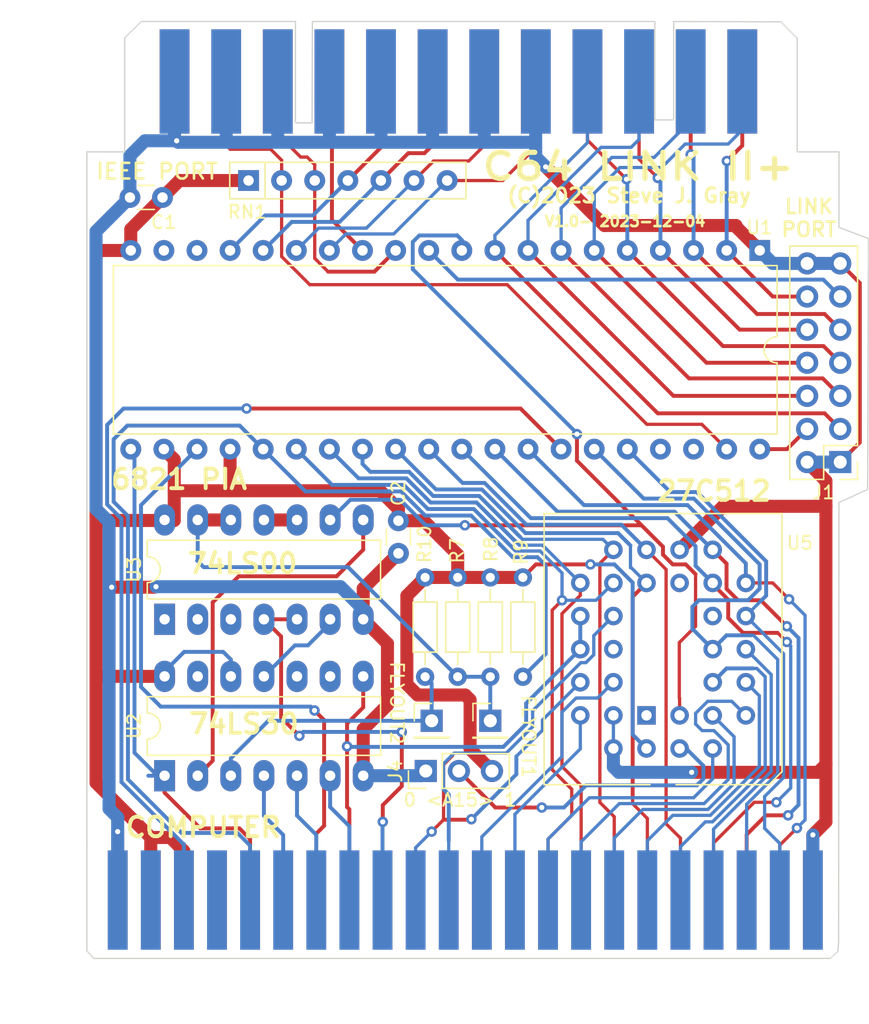
<source format=kicad_pcb>
(kicad_pcb (version 20221018) (generator pcbnew)
  (layers (0 "F.Cu" signal) (31 "B.Cu" signal) (34 "B.Paste" user) (35 "F.Paste" user) (36 "B.SilkS" user "B.Silkscreen") (37 "F.SilkS" user "F.Silkscreen") (38 "B.Mask" user) (39 "F.Mask" user) (44 "Edge.Cuts" user))
  (net 0 "")
  (net 1 "GND")
  (net 14 "CA2")
  (net 15 "CA1")
  (net 19 "5V")
  (net 20 "D7")
  (net 21 "D6")
  (net 22 "D5")
  (net 23 "D4")
  (net 24 "D3")
  (net 25 "D2")
  (net 26 "D1")
  (net 27 "D0")
  (net 28 "A12")
  (net 29 "A11")
  (net 30 "A10")
  (net 31 "A9")
  (net 32 "A8")
  (net 33 "A7")
  (net 34 "A6")
  (net 35 "A5")
  (net 36 "A4")
  (net 37 "A3")
  (net 38 "A2")
  (net 39 "A1")
  (net 40 "A0")
  (net 41 "PA0")
  (net 42 "PA1")
  (net 43 "PA2")
  (net 44 "PA3")
  (net 45 "PA4")
  (net 46 "PA5")
  (net 47 "PA6")
  (net 48 "PB0")
  (net 49 "PB1")
  (net 50 "PB2")
  (net 51 "PB3")
  (net 52 "PB4")
  (net 53 "PB5")
  (net 54 "PB6")
  (net 55 "PB7")
  (net 56 "PA7")
  (net 57 "~{IRQ}")
  (net 58 "R{slash}~{W}")
  (net 59 "~{IO1}")
  (net 60 "~{GAME}")
  (net 61 "~{RESET}")
  (net 62 "A13")
  (net 63 "A15")
  (net 64 "A14")
  (net 65 "PHI2")
  (net 66 "Net-(U2-Pad2)")
  (net 68 "Net-(U2-Pad11)")
  (net 69 "Net-(U3-Pad10)")
  (net 70 "Net-(J2-Pin_1)")
  (net 71 "Net-(J3-Pin_1)")
  (net 75 "Net-(J4-Pin_2)")
  (footprint "Resistor_THT:R_Axial_DIN0204_L3.6mm_D1.6mm_P7.62mm_Horizontal" (layer "F.Cu") (at 149.25 88.25 -90)
    (fp_text reference "R10")
    (fp_text value "R" hide)
  )
  (footprint "Package_DIP:DIP-14_W7.62mm_LongPads" (layer "F.Cu") (at 129.26 103.46 90)
    (fp_text reference "U2")
    (fp_text value "74LS30" hide)
  )
  (footprint "Package_DIP:DIP-40_W15.24mm" (layer "F.Cu") (at 174.925 63.165 -90)
    (fp_text reference "U1")
    (fp_text value "MC68A21" hide)
  )
  (footprint "c64cart:c64cartedge" (layer "F.Cu") (at 152.33 113)
    (fp_text reference "P1" hide)
    (fp_text value "c64cartedge" hide)
  )
  (footprint "Connector_PinHeader_2.54mm:PinHeader_1x03_P2.54mm_Vertical" (layer "F.Cu") (at 149.3 103.1 90)
    (fp_text reference "J4")
    (fp_text value "Conn_01x03")
  )
  (footprint "Connector_PinHeader_2.54mm:PinHeader_1x01_P2.54mm_Vertical" (layer "F.Cu") (at 154.25 99.245)
    (fp_text reference "J3" hide)
    (fp_text value "Flyout2" hide)
  )
  (footprint "Capacitor_THT:C_Disc_D3.0mm_W1.6mm_P2.50mm" (layer "F.Cu") (at 129.1 59.1 180)
    (fp_text reference "C1")
    (fp_text value "C" hide)
  )
  (footprint "Resistor_THT:R_Axial_DIN0204_L3.6mm_D1.6mm_P7.62mm_Horizontal" (layer "F.Cu") (at 151.75 88.25 -90)
    (fp_text reference "R7")
    (fp_text value "R" hide)
  )
  (footprint "Resistor_THT:R_Array_SIP7" (layer "F.Cu") (at 135.7 57.8)
    (fp_text reference "RN1")
    (fp_text value "R_Network06" hide)
  )
  (footprint "Connector_PinHeader_2.54mm:PinHeader_2x07_P2.54mm_Vertical" (layer "F.Cu") (at 181.1 79.4 180)
    (fp_text reference "J1")
    (fp_text value "Conn_02x07_Odd_Even" hide)
  )
  (footprint "Package_LCC:PLCC-32_THT-Socket" (layer "F.Cu") (at 166.235 98.83 180)
    (fp_text reference "U5")
    (fp_text value "27C512PLCC")
  )
  (footprint "Capacitor_THT:C_Disc_D3.0mm_W1.6mm_P2.50mm" (layer "F.Cu") (at 147.2 83.9 -90)
    (fp_text reference "C2")
    (fp_text value "C")
  )
  (footprint "Connector_PinHeader_2.54mm:PinHeader_1x01_P2.54mm_Vertical" (layer "F.Cu") (at 149.75 99.245)
    (fp_text reference "J2" hide)
    (fp_text value "Flyout1" hide)
  )
  (footprint "Libs:petieee" (layer "F.Cu") (at 151.7894 44.2 180)
    (fp_text reference "CN1" hide)
    (fp_text value "EDGE_CON_02x12" hide)
  )
  (footprint "Resistor_THT:R_Axial_DIN0204_L3.6mm_D1.6mm_P7.62mm_Horizontal" (layer "F.Cu") (at 156.75 88.25 -90)
    (fp_text reference "R9")
    (fp_text value "R" hide)
  )
  (footprint "Resistor_THT:R_Axial_DIN0204_L3.6mm_D1.6mm_P7.62mm_Horizontal" (layer "F.Cu") (at 154.25 88.25 -90)
    (fp_text reference "R8")
    (fp_text value "R" hide)
  )
  (footprint "Package_DIP:DIP-14_W7.62mm_LongPads" (layer "F.Cu") (at 129.26 91.46 90)
    (fp_text reference "U3")
    (fp_text value "74LS00" hide)
  )
  (gr_line (start 123.3 116.9) (end 123.825 117.475) (stroke (width 0.1)) (layer "Edge.Cuts"))
  (gr_line (start 123.825 117.475) (end 180.34 117.475) (stroke (width 0.1)) (layer "Edge.Cuts"))
  (gr_line (start 168.325 53.15) (end 168.325 45.6) (stroke (width 0.1)) (layer "Edge.Cuts"))
  (gr_line (start 123.3 55.6) (end 126.2 55.6) (stroke (width 0.1)) (layer "Edge.Cuts"))
  (gr_line (start 127.475 45.6) (end 139.3 45.6) (stroke (width 0.1)) (layer "Edge.Cuts"))
  (gr_line (start 183.262742 62.248528) (end 181 61.4) (stroke (width 0.1)) (layer "Edge.Cuts"))
  (gr_line (start 183.262742 62.248528) (end 183.2 81.5) (stroke (width 0.1)) (layer "Edge.Cuts"))
  (gr_line (start 177.8 46.9) (end 177.8 55.6) (stroke (width 0.1)) (layer "Edge.Cuts"))
  (gr_line (start 139.3 45.6) (end 139.3 53.375) (stroke (width 0.1)) (layer "Edge.Cuts"))
  (gr_line (start 177.8 55.6) (end 181 55.6) (stroke (width 0.1)) (layer "Edge.Cuts"))
  (gr_line (start 166.875 53.15) (end 168.325 53.15) (stroke (width 0.1)) (layer "Edge.Cuts"))
  (gr_line (start 181 55.6) (end 181 61.4) (stroke (width 0.1)) (layer "Edge.Cuts"))
  (gr_line (start 123.3 55.6) (end 123.3 108.9) (stroke (width 0.1)) (layer "Edge.Cuts"))
  (gr_line (start 168.325 45.6) (end 176.55 45.625) (stroke (width 0.1)) (layer "Edge.Cuts"))
  (gr_line (start 176.55 45.625) (end 177.8 46.9) (stroke (width 0.1)) (layer "Edge.Cuts"))
  (gr_line (start 180.34 117.475) (end 180.915 116.95) (stroke (width 0.1)) (layer "Edge.Cuts"))
  (gr_line (start 180.915 116.95) (end 180.975 116.205) (stroke (width 0.1)) (layer "Edge.Cuts"))
  (gr_line (start 123.3 116.9) (end 123.3 108.9) (stroke (width 0.1)) (layer "Edge.Cuts"))
  (gr_line (start 166.875 45.6) (end 166.875 53.15) (stroke (width 0.1)) (layer "Edge.Cuts"))
  (gr_line (start 140.6 45.6) (end 166.875 45.6) (stroke (width 0.1)) (layer "Edge.Cuts"))
  (gr_line (start 139.3 53.375) (end 140.575 53.375) (stroke (width 0.1)) (layer "Edge.Cuts"))
  (gr_line (start 181 82.5) (end 183.2 81.5) (stroke (width 0.1)) (layer "Edge.Cuts"))
  (gr_line (start 126.2 46.85) (end 127.475 45.6) (stroke (width 0.1)) (layer "Edge.Cuts"))
  (gr_line (start 140.575 53.375) (end 140.6 45.6) (stroke (width 0.1)) (layer "Edge.Cuts"))
  (gr_line (start 126.2 55.6) (end 126.2 46.85) (stroke (width 0.1)) (layer "Edge.Cuts"))
  (gr_line (start 180.975 116.205) (end 181 82.5) (stroke (width 0.1)) (layer "Edge.Cuts"))
  (gr_text "0 <A15> 1" (at 147.5 105.9) (layer "F.SilkS") (effects (font (size 1 1)) (justify left bottom)))
  (gr_text "6821 PIA" (at 125 81.6) (layer "F.SilkS") (effects (font (size 1.5 1.5) (thickness 0.3) bold) (justify left bottom)))
  (gr_text "FLYOUT2" (at 146.5 94.6 -90) (layer "F.SilkS") (effects (font (size 1 1)) (justify left bottom)))
  (gr_text "COMPUTER" (at 126.1 108.3) (layer "F.SilkS") (effects (font (size 1.5 1.5) (thickness 0.3) bold) (justify left bottom)))
  (gr_text "(C)2023 Steve J. Gray" (at 164.9 59.6) (layer "F.SilkS") (effects (font (size 1.1 1.1) (thickness 0.22) bold) (justify bottom)))
  (gr_text "FLYOUT1" (at 156.6 97.2 -90) (layer "F.SilkS") (effects (font (size 1 1)) (justify left bottom)))
  (gr_text "IEEE PORT" (at 123.9 57.8) (layer "F.SilkS") (effects (font (size 1.2 1.2) (thickness 0.2) bold) (justify left bottom)))
  (gr_text "74LS00" (at 130.86 88.06) (layer "F.SilkS") (effects (font (size 1.5 1.5) (thickness 0.3) bold) (justify left bottom)))
  (gr_text "74LS30" (at 130.96 100.36) (layer "F.SilkS") (effects (font (size 1.5 1.5) (thickness 0.3) bold) (justify left bottom)))
  (gr_text "V1.0- 2023-12-04" (at 164.6 61.4) (layer "F.SilkS") (effects (font (size 0.8 0.8) (thickness 0.2) bold) (justify bottom)))
  (gr_text "27C512" (at 166.9 82.5) (layer "F.SilkS") (effects (font (size 1.5 1.5) (thickness 0.3) bold) (justify left bottom)))
  (gr_text "LINK\nPORT" (at 178.7 62.2) (layer "F.SilkS") (effects (font (size 1.1 1.1) (thickness 0.2) bold) (justify bottom)))
  (gr_text "C64 LINK II+" (at 153.4 57.9) (layer "F.SilkS") (effects (font (size 2 2.4) (thickness 0.4) bold) (justify left bottom)))
  (segment (start 180 107) (end 180 102.6) (width 1) (layer "F.Cu") (net 1))
  (segment (start 130.025 54.587) (end 130.188 54.75) (width 1) (layer "F.Cu") (net 1))
  (segment (start 173.1 61.25) (end 173.1 61.34) (width 1) (layer "F.Cu") (net 1))
  (segment (start 179.4 103.2) (end 170.605 103.2) (width 1) (layer "F.Cu") (net 1))
  (segment (start 180 82.792676) (end 180 80.84) (width 1) (layer "F.Cu") (net 1))
  (segment (start 144.5 91.46) (end 144.5 89.1) (width 1) (layer "F.Cu") (net 1))
  (segment (start 146.36 98.04) (end 144.5 99.9) (width 1) (layer "F.Cu") (net 1))
  (segment (start 125.66 107.66) (end 125.66 107.75) (width 0.3) (layer "F.Cu") (net 1))
  (segment (start 158.5 56.75) (end 163 61.25) (width 1) (layer "F.Cu") (net 1))
  (segment (start 172.112324 82.792676) (end 168.775 86.13) (width 1) (layer "F.Cu") (net 1))
  (segment (start 163 61.25) (end 173.1 61.25) (width 1) (layer "F.Cu") (net 1))
  (segment (start 130.025 50.2) (end 130.025 54.587) (width 1) (layer "F.Cu") (net 1))
  (segment (start 181.1 64.16) (end 182.6 65.66) (width 0.3) (layer "F.Cu") (net 1))
  (segment (start 180 102.6) (end 179.4 103.2) (width 1) (layer "F.Cu") (net 1))
  (segment (start 182.6 77.9) (end 181.1 79.4) (width 0.3) (layer "F.Cu") (net 1))
  (segment (start 182.6 65.66) (end 182.6 77.9) (width 0.3) (layer "F.Cu") (net 1))
  (segment (start 144.5 99.9) (end 144.5 103.46) (width 1) (layer "F.Cu") (net 1))
  (segment (start 180 80.84) (end 178.56 79.4) (width 1) (layer "F.Cu") (net 1))
  (segment (start 144.5 89.1) (end 147.2 86.4) (width 1) (layer "F.Cu") (net 1))
  (segment (start 180 82.792676) (end 172.112324 82.792676) (width 1) (layer "F.Cu") (net 1))
  (segment (start 179 108) (end 180 107) (width 1) (layer "F.Cu") (net 1))
  (segment (start 170.605 103.2) (end 169.7 103.2) (width 1) (layer "F.Cu") (net 1))
  (segment (start 128.5 89) (end 125.2 89) (width 1) (layer "F.Cu") (net 1))
  (segment (start 144.5 91.46) (end 146.36 93.32) (width 1) (layer "F.Cu") (net 1))
  (segment (start 125.66 107.66) (end 125.66 113) (width 1) (layer "F.Cu") (net 1))
  (segment (start 180 102.6) (end 180 82.792676) (width 1) (layer "F.Cu") (net 1))
  (segment (start 173.1 61.34) (end 174.925 63.165) (width 1) (layer "F.Cu") (net 1))
  (segment (start 146.36 93.32) (end 146.36 98.04) (width 1) (layer "F.Cu") (net 1))
  (segment (start 179 113) (end 179 108) (width 1) (layer "F.Cu") (net 1))
  (via (at 169.7 103.2) (size 0.8) (drill 0.4) (layers "F.Cu" "B.Cu") (net 1))
  (via (at 125.2 89) (size 0.8) (drill 0.4) (layers "F.Cu" "B.Cu") (net 1))
  (via (at 179 108) (size 0.8) (drill 0.4) (layers "F.Cu" "B.Cu") (net 1))
  (via (at 158.5 56.75) (size 0.8) (drill 0.4) (layers "F.Cu" "B.Cu") (net 1))
  (via (at 130.188 54.75) (size 0.8) (drill 0.4) (layers "F.Cu" "B.Cu") (net 1))
  (via (at 128.6 88.96) (size 0.8) (drill 0.4) (layers "F.Cu" "B.Cu") (net 1))
  (via (at 125.66 107.75) (size 0.8) (drill 0.4) (layers "F.Cu" "B.Cu") (net 1))
  (segment (start 126.6 59.1) (end 126.6 55.9) (width 1) (layer "B.Cu") (net 1))
  (segment (start 179 113) (end 179 108) (width 1) (layer "B.Cu") (net 1))
  (segment (start 169.7 103.2) (end 164.1 103.2) (width 1) (layer "B.Cu") (net 1))
  (segment (start 145.865 50.2) (end 145.865 54.679) (width 1) (layer "B.Cu") (net 1))
  (segment (start 181.1 79.4) (end 178.56 79.4) (width 1) (layer "B.Cu") (net 1))
  (segment (start 130.302 54.864) (end 130.188 54.75) (width 1) (layer "B.Cu") (net 1))
  (segment (start 124 61.8) (end 124 61.7) (width 1) (layer "B.Cu") (net 1))
  (segment (start 153.785 50.2) (end 153.785 54.725) (width 1) (layer "B.Cu") (net 1))
  (segment (start 164.1 103.2) (end 163.695 102.795) (width 1) (layer "B.Cu") (net 1))
  (segment (start 128.6 88.96) (end 142.76 88.96) (width 1) (layer "B.Cu") (net 1))
  (segment (start 125 84) (end 125 106) (width 1) (layer "B.Cu") (net 1))
  (segment (start 149.825 50.2) (end 149.825 54.829) (width 1) (layer "B.Cu") (net 1))
  (segment (start 157.734 54.864) (end 157.734 50.211) (width 1) (layer "B.Cu") (net 1))
  (segment (start 144.5 103.46) (end 148.94 103.46) (width 1) (layer "B.Cu") (net 1))
  (segment (start 163.695 101.37) (end 163.695 98.83) (width 0.25) (layer "B.Cu") (net 1))
  (segment (start 130.025 54.587) (end 130.025 50.2) (width 1) (layer "B.Cu") (net 1))
  (segment (start 125.66 106.66) (end 125.66 107.75) (width 1) (layer "B.Cu") (net 1))
  (segment (start 125 106) (end 125.66 106.66) (width 1) (layer "B.Cu") (net 1))
  (segment (start 144.5 90.7) (end 144.5 91.46) (width 1) (layer "B.Cu") (net 1))
  (segment (start 127.75 54.75) (end 127.2 55.3) (width 1) (layer "B.Cu") (net 1))
  (segment (start 163.695 102.795) (end 163.695 101.37) (width 1) (layer "B.Cu") (net 1))
  (segment (start 130.302 54.864) (end 130.025 54.587) (width 1) (layer "B.Cu") (net 1))
  (segment (start 175.92 64.16) (end 174.925 63.165) (width 1) (layer "B.Cu") (net 1))
  (segment (start 124 83) (end 125 84) (width 1) (layer "B.Cu") (net 1))
  (segment (start 157.734 54.864) (end 130.302 54.864) (width 1) (layer "B.Cu") (net 1))
  (segment (start 124 61.7) (end 126.6 59.1) (width 1) (layer "B.Cu") (net 1))
  (segment (start 141.905 50.2) (end 141.905 54.783) (width 1) (layer "B.Cu") (net 1))
  (segment (start 137.945 50.2) (end 137.945 54.633) (width 1) (layer "B.Cu") (net 1))
  (segment (start 142.76 88.96) (end 144.5 90.7) (width 1) (layer "B.Cu") (net 1))
  (segment (start 126.6 55.9) (end 127.2 55.3) (width 1) (layer "B.Cu") (net 1))
  (segment (start 124 61.8) (end 124 83) (width 1) (layer "B.Cu") (net 1))
  (segment (start 157.734 55.984) (end 158.5 56.75) (width 1) (layer "B.Cu") (net 1))
  (segment (start 178.56 64.16) (end 181.1 64.16) (width 1) (layer "B.Cu") (net 1))
  (segment (start 125.66 113) (end 125.66 107.75) (width 1) (layer "B.Cu") (net 1))
  (segment (start 130.188 54.75) (end 127.75 54.75) (width 1) (layer "B.Cu") (net 1))
  (segment (start 133.985 50.2) (end 133.985 54.737) (width 1) (layer "B.Cu") (net 1))
  (segment (start 157.734 54.864) (end 157.734 55.984) (width 1) (layer "B.Cu") (net 1))
  (segment (start 178.56 64.16) (end 175.92 64.16) (width 1) (layer "B.Cu") (net 1))
  (segment (start 148.94 103.46) (end 149.3 103.1) (width 1) (layer "B.Cu") (net 1))
  (segment (start 138.24 63.630991) (end 140.399009 65.79) (width 0.25) (layer "F.Cu") (net 14))
  (segment (start 165.88 76.12) (end 166.26 76.5) (width 0.25) (layer "F.Cu") (net 14))
  (segment (start 134.3 55.4) (end 133.985 55.085) (width 0.25) (layer "F.Cu") (net 14))
  (segment (start 137.4 55.4) (end 138.24 56.24) (width 0.25) (layer "F.Cu") (net 14))
  (segment (start 170.48 76.5) (end 172.385 78.405) (width 0.25) (layer "F.Cu") (net 14))
  (segment (start 155.55 65.79) (end 165.88 76.12) (width 0.25) (layer "F.Cu") (net 14))
  (segment (start 138.24 56.24) (end 138.24 57.8) (width 0.25) (layer "F.Cu") (net 14))
  (segment (start 138.24 57.8) (end 138.24 63.630991) (width 0.25) (layer "F.Cu") (net 14))
  (segment (start 140.399009 65.79) (end 141 65.79) (width 0.25) (layer "F.Cu") (net 14))
  (segment (start 137.4 55.4) (end 134.3 55.4) (width 0.25) (layer "F.Cu") (net 14))
  (segment (start 141 65.79) (end 155.55 65.79) (width 0.25) (layer "F.Cu") (net 14))
  (segment (start 133.985 50.2) (end 133.985 55.085) (width 0.25) (layer "F.Cu") (net 14))
  (segment (start 166.26 76.5) (end 170.48 76.5) (width 0.25) (layer "F.Cu") (net 14))
  (segment (start 177.015 78.405) (end 178.56 76.86) (width 0.3) (layer "F.Cu") (net 15))
  (segment (start 174.925 78.405) (end 177.015 78.405) (width 0.3) (layer "F.Cu") (net 15))
  (segment (start 124 63.3) (end 124 84) (width 1) (layer "F.Cu") (net 19))
  (segment (start 161.9343 87.25) (end 157.75 87.25) (width 0.3) (layer "F.Cu") (net 19))
  (segment (start 144.6 81.6) (end 145.8 81.6) (width 1) (layer "F.Cu") (net 19))
  (segment (start 124 96) (end 124 84) (width 1) (layer "F.Cu") (net 19))
  (segment (start 130 81.6) (end 134.4 81.6) (width 1) (layer "F.Cu") (net 19))
  (segment (start 149.15 83.9) (end 150.325 85.075) (width 1) (layer "F.Cu") (net 19))
  (segment (start 134.4 81.6) (end 134.285 81.485) (width 1) (layer "F.Cu") (net 19))
  (segment (start 126.375 106.375) (end 124 104) (width 1) (layer "F.Cu") (net 19))
  (segment (start 147.85 96.449899) (end 147.85 89.65) (width 1) (layer "F.Cu") (net 19))
  (segment (start 151.75 86.5) (end 151.75 88.25) (width 1) (layer "F.Cu") (net 19))
  (segment (start 129.1 59.1) (end 126.665 61.535) (width 1) (layer "F.Cu") (net 19))
  (segment (start 154.25 88.25) (end 156.75 88.25) (width 1) (layer "F.Cu") (net 19))
  (segment (start 130 83.88) (end 124.12 83.88) (width 1) (layer "F.Cu") (net 19))
  (segment (start 128.2 108.2) (end 129.7 108.2) (width 1) (layer "F.Cu") (net 19))
  (segment (start 147.2 83.9) (end 149.15 83.9) (width 1) (layer "F.Cu") (net 19))
  (segment (start 124.16 95.84) (end 129.26 95.84) (width 1) (layer "F.Cu") (net 19))
  (segment (start 124 63.3) (end 124.135 63.165) (width 1) (layer "F.Cu") (net 19))
  (segment (start 134.285 81.485) (end 134.285 78.405) (width 1) (layer "F.Cu") (net 19))
  (segment (start 151.75 88.25) (end 154.25 88.25) (width 1) (layer "F.Cu") (net 19))
  (segment (start 145.8 81.6) (end 147.2 83) (width 1) (layer "F.Cu") (net 19))
  (segment (start 124 96) (end 124.16 95.84) (width 1) (layer "F.Cu") (net 19))
  (segment (start 154.38 103.1) (end 152.7 101.42) (width 1) (layer "F.Cu") (net 19))
  (segment (start 128.2 108.2) (end 126.375 106.375) (width 1) (layer "F.Cu") (net 19))
  (segment (start 152.329899 97.27) (end 148.670101 97.27) (width 1) (layer "F.Cu") (net 19))
  (segment (start 130.4 57.8) (end 129.1 59.1) (width 1) (layer "F.Cu") (net 19))
  (segment (start 147.2 83) (end 147.2 83.9) (width 1) (layer "F.Cu") (net 19))
  (segment (start 147.85 89.65) (end 149.25 88.25) (width 1) (layer "F.Cu") (net 19))
  (segment (start 152.7 97.640101) (end 152.329899 97.27) (width 1) (layer "F.Cu") (net 19))
  (segment (start 124 104) (end 124 96) (width 1) (layer "F.Cu") (net 19))
  (segment (start 148.670101 97.27) (end 147.85 96.449899) (width 1) (layer "F.Cu") (net 19))
  (segment (start 130 79.2) (end 129.205 78.405) (width 1) (layer "F.Cu") (net 19))
  (segment (start 130 83.88) (end 130 81.6) (width 1) (layer "F.Cu") (net 19))
  (segment (start 126.665 63.165) (end 126.665 61.535) (width 1) (layer "F.Cu") (net 19))
  (segment (start 152.7 101.42) (end 152.7 97.640101) (width 1) (layer "F.Cu") (net 19))
  (segment (start 149.25 88.25) (end 151.75 88.25) (width 1) (layer "F.Cu") (net 19))
  (segment (start 130 81.6) (end 130 79.2) (width 1) (layer "F.Cu") (net 19))
  (segment (start 157.75 87.25) (end 156.75 88.25) (width 0.3) (layer "F.Cu") (net 19))
  (segment (start 130.74 109.24) (end 130.74 113) (width 1) (layer "F.Cu") (net 19))
  (segment (start 134.4 81.6) (end 144.6 81.6) (width 1) (layer "F.Cu") (net 19))
  (segment (start 135.7 57.8) (end 130.4 57.8) (width 1) (layer "F.Cu") (net 19))
  (segment (start 124.135 63.165) (end 126.665 63.165) (width 1) (layer "F.Cu") (net 19))
  (segment (start 124.12 83.88) (end 124 84) (width 1) (layer "F.Cu") (net 19))
  (segment (start 150.325 85.075) (end 151.75 86.5) (width 1) (layer "F.Cu") (net 19))
  (segment (start 128.2 113) (end 128.2 108.2) (width 1) (layer "F.Cu") (net 19))
  (segment (start 129.7 108.2) (end 130.74 109.24) (width 1) (layer "F.Cu") (net 19))
  (via (at 161.9343 87.25) (size 0.8) (drill 0.4) (layers "F.Cu" "B.Cu") (net 19))
  (segment (start 165.1738 100.3088) (end 165.1738 88.648036) (width 0.3) (layer "B.Cu") (net 19))
  (segment (start 166.235 101.37) (end 165.1738 100.3088) (width 0.3) (layer "B.Cu") (net 19))
  (segment (start 134.34 94.54) (end 133.76 93.96) (width 0.3) (layer "B.Cu") (net 19))
  (segment (start 133.76 93.96) (end 130.76 93.96) (width 0.3) (layer "B.Cu") (net 19))
  (segment (start 129.26 95.46) (end 129.26 95.84) (width 0.3) (layer "B.Cu") (net 19))
  (segment (start 165.1738 88.648036) (end 163.775764 87.25) (width 0.3) (layer "B.Cu") (net 19))
  (segment (start 130.76 93.96) (end 129.26 95.46) (width 0.3) (layer "B.Cu") (net 19))
  (segment (start 134.34 95.84) (end 134.34 94.54) (width 0.3) (layer "B.Cu") (net 19))
  (segment (start 163.775764 87.25) (end 161.9343 87.25) (width 0.3) (layer "B.Cu") (net 19))
  (segment (start 160.5 104.5) (end 159 103) (width 0.25) (layer "F.Cu") (net 20))
  (segment (start 159 103) (end 159 90.755) (width 0.25) (layer "F.Cu") (net 20))
  (segment (start 158.68 108.32) (end 160.5 106.5) (width 0.25) (layer "F.Cu") (net 20))
  (segment (start 160.5 106.5) (end 160.5 104.5) (width 0.25) (layer "F.Cu") (net 20))
  (segment (start 159 90.755) (end 159.755 90) (width 0.25) (layer "F.Cu") (net 20))
  (segment (start 158.68 113) (end 158.68 108.32) (width 0.25) (layer "F.Cu") (net 20))
  (via (at 159.755 90) (size 0.8) (drill 0.4) (layers "F.Cu" "B.Cu") (net 20))
  (segment (start 142.11 81.15) (end 147.608682 81.15) (width 0.3) (layer "B.Cu") (net 20))
  (segment (start 162.365 90) (end 159.755 90) (width 0.25) (layer "B.Cu") (net 20))
  (segment (start 152.984925 83) (end 156.142462 86.157538) (width 0.3) (layer "B.Cu") (net 20))
  (segment (start 159.755 87.906396) (end 158.070483 86.221879) (width 0.25) (layer "B.Cu") (net 20))
  (segment (start 158.070483 86.221879) (end 156.206803 86.221879) (width 0.25) (layer "B.Cu") (net 20))
  (segment (start 149.458682 83) (end 152.984925 83) (width 0.3) (layer "B.Cu") (net 20))
  (segment (start 163.695 88.67) (end 162.365 90) (width 0.25) (layer "B.Cu") (net 20))
  (segment (start 159.755 90) (end 159.755 87.906396) (width 0.25) (layer "B.Cu") (net 20))
  (segment (start 147.608682 81.15) (end 149.458682 83) (width 0.3) (layer "B.Cu") (net 20))
  (segment (start 139.365 78.405) (end 142.11 81.15) (width 0.3) (layer "B.Cu") (net 20))
  (segment (start 156.206803 86.221879) (end 156.142462 86.157538) (width 0.25) (layer "B.Cu") (net 20))
  (segment (start 159.75 102.75) (end 159.75 91.030305) (width 0.25) (layer "F.Cu") (net 21))
  (segment (start 161.22 113) (end 161.22 104.22) (width 0.25) (layer "F.Cu") (net 21))
  (segment (start 161.22 104.22) (end 159.75 102.75) (width 0.25) (layer "F.Cu") (net 21))
  (segment (start 159.75 91.030305) (end 161.155 89.625305) (width 0.25) (layer "F.Cu") (net 21))
  (segment (start 161.155 89.625305) (end 161.155 88.67) (width 0.25) (layer "F.Cu") (net 21))
  (segment (start 158.256879 85.771879) (end 156.463911 85.771879) (width 0.25) (layer "B.Cu") (net 21))
  (segment (start 149.665788 82.5) (end 153.192032 82.5) (width 0.3) (layer "B.Cu") (net 21))
  (segment (start 147.815788 80.65) (end 149.665788 82.5) (width 0.3) (layer "B.Cu") (net 21))
  (segment (start 141.905 78.405) (end 144.15 80.65) (width 0.3) (layer "B.Cu") (net 21))
  (segment (start 153.192032 82.5) (end 156.196016 85.503984) (width 0.3) (layer "B.Cu") (net 21))
  (segment (start 161.155 88.67) (end 158.256879 85.771879) (width 0.25) (layer "B.Cu") (net 21))
  (segment (start 144.15 80.65) (end 147.815788 80.65) (width 0.3) (layer "B.Cu") (net 21))
  (segment (start 156.463911 85.771879) (end 156.196016 85.503984) (width 0.25) (layer "B.Cu") (net 21))
  (segment (start 162.6588 87.1662) (end 162.6588 105.5088) (width 0.25) (layer "F.Cu") (net 22))
  (segment (start 163.695 86.13) (end 162.6588 87.1662) (width 0.25) (layer "F.Cu") (net 22))
  (segment (start 163.76 106.61) (end 163.76 113) (width 0.25) (layer "F.Cu") (net 22))
  (segment (start 162.6588 105.5088) (end 163.76 106.61) (width 0.25) (layer "F.Cu") (net 22))
  (segment (start 145.05 80.15) (end 148.022894 80.15) (width 0.3) (layer "B.Cu") (net 22))
  (segment (start 149.872894 82) (end 153.399139 82) (width 0.3) (layer "B.Cu") (net 22))
  (segment (start 144.445 79.545) (end 145.05 80.15) (width 0.3) (layer "B.Cu") (net 22))
  (segment (start 153.399139 82) (end 156.549569 85.150431) (width 0.3) (layer "B.Cu") (net 22))
  (segment (start 148.022894 80.15) (end 149.872894 82) (width 0.3) (layer "B.Cu") (net 22))
  (segment (start 144.445 78.405) (end 144.445 79.545) (width 0.3) (layer "B.Cu") (net 22))
  (segment (start 162.886879 85.321879) (end 156.721017 85.321879) (width 0.25) (layer "B.Cu") (net 22))
  (segment (start 156.721017 85.321879) (end 156.549569 85.150431) (width 0.25) (layer "B.Cu") (net 22))
  (segment (start 163.695 86.13) (end 162.886879 85.321879) (width 0.25) (layer "B.Cu") (net 22))
  (segment (start 165.1738 105.029) (end 165.1738 105.6108) (width 0.25) (layer "F.Cu") (net 23))
  (segment (start 165.1738 105.029) (end 165.1738 89.7312) (width 0.3) (layer "F.Cu") (net 23))
  (segment (start 165.1738 105.6108) (end 166.3 106.737) (width 0.25) (layer "F.Cu") (net 23))
  (segment (start 165.1738 89.7312) (end 166.235 88.67) (width 0.3) (layer "F.Cu") (net 23))
  (segment (start 166.3 106.737) (end 166.3 113) (width 0.25) (layer "F.Cu") (net 23))
  (segment (start 156.953122 84.846876) (end 156.953122 84.846879) (width 0.3) (layer "B.Cu") (net 23))
  (segment (start 150.08 81.5) (end 153.606246 81.5) (width 0.3) (layer "B.Cu") (net 23))
  (segment (start 156.953122 84.846879) (end 164.051879 84.846879) (width 0.3) (layer "B.Cu") (net 23))
  (segment (start 165.065 87.5) (end 165.005 87.5) (width 0.25) (layer "B.Cu") (net 23))
  (segment (start 166.235 88.67) (end 165.065 87.5) (width 0.25) (layer "B.Cu") (net 23))
  (segment (start 164.051879 84.846879) (end 165.005 85.8) (width 0.3) (layer "B.Cu") (net 23))
  (segment (start 146.985 78.405) (end 150.08 81.5) (width 0.3) (layer "B.Cu") (net 23))
  (segment (start 165.005 87.5) (end 165.005 85.8) (width 0.25) (layer "B.Cu") (net 23))
  (segment (start 153.606246 81.5) (end 156.953122 84.846876) (width 0.3) (layer "B.Cu") (net 23))
  (segment (start 168.84 113) (end 168.84 108.25) (width 0.25) (layer "F.Cu") (net 24))
  (segment (start 167.7388 87.6338) (end 167.7388 107.1488) (width 0.25) (layer "F.Cu") (net 24))
  (segment (start 166.235 86.13) (end 167.7388 87.6338) (width 0.25) (layer "F.Cu") (net 24))
  (segment (start 167.7388 107.1488) (end 168.84 108.25) (width 0.25) (layer "F.Cu") (net 24))
  (segment (start 149.525 78.405) (end 152.12 81) (width 0.3) (layer "B.Cu") (net 24))
  (segment (start 157.013352 84.2) (end 164.305 84.2) (width 0.3) (layer "B.Cu") (net 24))
  (segment (start 153.813352 81) (end 157.013352 84.2) (width 0.3) (layer "B.Cu") (net 24))
  (segment (start 152.12 81) (end 153.813352 81) (width 0.3) (layer "B.Cu") (net 24))
  (segment (start 164.305 84.2) (end 166.235 86.13) (width 0.3) (layer "B.Cu") (net 24))
  (segment (start 177 93.2) (end 176.3 92.5) (width 0.25) (layer "F.Cu") (net 25))
  (segment (start 171.38 113) (end 171.38 108.62) (width 0.25) (layer "F.Cu") (net 25))
  (segment (start 171.315 88.767107) (end 172.505 89.957106) (width 0.3) (layer "F.Cu") (net 25))
  (segment (start 171.7 108.3) (end 172.025 107.975) (width 0.25) (layer "F.Cu") (net 25))
  (segment (start 172.505 89.957106) (end 172.505 91.360764) (width 0.3) (layer "F.Cu") (net 25))
  (segment (start 172.025 107.975) (end 174.5 105.5) (width 0.25) (layer "F.Cu") (net 25))
  (segment (start 172.505 91.360764) (end 173.644236 92.5) (width 0.3) (layer "F.Cu") (net 25))
  (segment (start 173.644236 92.5) (end 176.3 92.5) (width 0.3) (layer "F.Cu") (net 25))
  (segment (start 174.5 105.5) (end 176.2 105.5) (width 0.25) (layer "F.Cu") (net 25))
  (segment (start 171.315 88.67) (end 171.315 88.767107) (width 0.3) (layer "F.Cu") (net 25))
  (segment (start 171.38 108.62) (end 171.7 108.3) (width 0.25) (layer "F.Cu") (net 25))
  (via (at 176.2 105.5) (size 0.8) (drill 0.4) (layers "F.Cu" "B.Cu") (net 25))
  (via (at 177 93.2) (size 0.8) (drill 0.4) (layers "F.Cu" "B.Cu") (net 25))
  (segment (start 165.3 83.7) (end 167.845764 83.7) (width 0.3) (layer "B.Cu") (net 25))
  (segment (start 177.3 94.6) (end 177.3 93.5) (width 0.25) (layer "B.Cu") (net 25))
  (segment (start 157.36 83.7) (end 165.3 83.7) (width 0.3) (layer "B.Cu") (net 25))
  (segment (start 176.2 105.5) (end 177.3 104.4) (width 0.25) (layer "B.Cu") (net 25))
  (segment (start 177.3 93.5) (end 177 93.2) (width 0.25) (layer "B.Cu") (net 25))
  (segment (start 171.315 88.67) (end 170.7725 88.1275) (width 0.25) (layer "B.Cu") (net 25))
  (segment (start 152.065 78.405) (end 157.36 83.7) (width 0.3) (layer "B.Cu") (net 25))
  (segment (start 170 85.854236) (end 170 87.355) (width 0.3) (layer "B.Cu") (net 25))
  (segment (start 167.845764 83.7) (end 170 85.854236) (width 0.3) (layer "B.Cu") (net 25))
  (segment (start 177.3 104.4) (end 177.3 94.6) (width 0.25) (layer "B.Cu") (net 25))
  (segment (start 170 87.355) (end 170.7725 88.1275) (width 0.3) (layer "B.Cu") (net 25))
  (segment (start 173.92 113) (end 173.92 107.98) (width 0.3) (layer "F.Cu") (net 26))
  (segment (start 177.0025 91.9975) (end 175.005 90) (width 0.3) (layer "F.Cu") (net 26))
  (segment (start 173.255 90) (end 172.3762 89.1212) (width 0.3) (layer "F.Cu") (net 26))
  (segment (start 175.005 90) (end 173.255 90) (width 0.3) (layer "F.Cu") (net 26))
  (segment (start 174.8 107.1) (end 175.4 106.5) (width 0.3) (layer "F.Cu") (net 26))
  (segment (start 173.92 107.98) (end 174.8 107.1) (width 0.3) (layer "F.Cu") (net 26))
  (segment (start 175.4 106.5) (end 177.1 106.5) (width 0.3) (layer "F.Cu") (net 26))
  (segment (start 172.3762 87.1912) (end 171.315 86.13) (width 0.3) (layer "F.Cu") (net 26))
  (segment (start 172.3762 89.1212) (end 172.3762 87.1912) (width 0.3) (layer "F.Cu") (net 26))
  (via (at 177.1 106.5) (size 0.8) (drill 0.4) (layers "F.Cu" "B.Cu") (net 26))
  (via (at 177.0025 91.9975) (size 0.8) (drill 0.4) (layers "F.Cu" "B.Cu") (net 26))
  (segment (start 177.9 92.895) (end 177.0025 91.9975) (width 0.3) (layer "B.Cu") (net 26))
  (segment (start 159.4 83.2) (end 168.385 83.2) (width 0.3) (layer "B.Cu") (net 26))
  (segment (start 154.605 78.405) (end 159.4 83.2) (width 0.3) (layer "B.Cu") (net 26))
  (segment (start 177.1 106.5) (end 177.9 105.7) (width 0.3) (layer "B.Cu") (net 26))
  (segment (start 177.9 105.7) (end 177.9 92.895) (width 0.3) (layer "B.Cu") (net 26))
  (segment (start 168.385 83.2) (end 171.315 86.13) (width 0.3) (layer "B.Cu") (net 26))
  (segment (start 177.175 89.925) (end 175.92 88.67) (width 0.25) (layer "F.Cu") (net 27))
  (segment (start 176.46 108.79) (end 177.775 107.475) (width 0.25) (layer "F.Cu") (net 27))
  (segment (start 176.46 113) (end 176.46 108.79) (width 0.25) (layer "F.Cu") (net 27))
  (segment (start 175.92 88.67) (end 173.855 88.67) (width 0.25) (layer "F.Cu") (net 27))
  (via (at 177.175 89.925) (size 0.8) (drill 0.4) (layers "F.Cu" "B.Cu") (net 27))
  (via (at 177.775 107.475) (size 0.8) (drill 0.4) (layers "F.Cu" "B.Cu") (net 27))
  (segment (start 178.4 106.85) (end 178.4 91.15) (width 0.25) (layer "B.Cu") (net 27))
  (segment (start 173.855 87.169236) (end 173.855 88.67) (width 0.3) (layer "B.Cu") (net 27))
  (segment (start 169.385764 82.7) (end 173.855 87.169236) (width 0.3) (layer "B.Cu") (net 27))
  (segment (start 157.145 78.405) (end 161.44 82.7) (width 0.3) (layer "B.Cu") (net 27))
  (segment (start 178.4 91.15) (end 177.175 89.925) (width 0.25) (layer "B.Cu") (net 27))
  (segment (start 177.775 107.475) (end 178.4 106.85) (width 0.25) (layer "B.Cu") (net 27))
  (segment (start 161.44 82.7) (end 169.385764 82.7) (width 0.3) (layer "B.Cu") (net 27))
  (segment (start 136.88 91.46) (end 139.42 91.46) (width 0.3) (layer "F.Cu") (net 28))
  (segment (start 136.88 91.46) (end 138.2 92.78) (width 0.3) (layer "F.Cu") (net 28))
  (segment (start 146 107) (end 146 105.72) (width 0.3) (layer "F.Cu") (net 28))
  (segment (start 147.4595 104.2605) (end 147.4595 100.1) (width 0.3) (layer "F.Cu") (net 28))
  (segment (start 138.2 99) (end 139.6 100.4) (width 0.3) (layer "F.Cu") (net 28))
  (segment (start 138.2 92.78) (end 138.2 96.5) (width 0.3) (layer "F.Cu") (net 28))
  (segment (start 146 105.72) (end 147.4595 104.2605) (width 0.3) (layer "F.Cu") (net 28))
  (segment (start 138.2 96.5) (end 138.2 99) (width 0.3) (layer "F.Cu") (net 28))
  (via (at 139.6 100.4) (size 0.8) (drill 0.4) (layers "F.Cu" "B.Cu") (net 28))
  (via (at 147.4595 100.1) (size 0.8) (drill 0.4) (layers "F.Cu" "B.Cu") (net 28))
  (via (at 146 107) (size 0.8) (drill 0.4) (layers "F.Cu" "B.Cu") (net 28))
  (segment (start 139.6 100.4) (end 139.9 100.1) (width 0.3) (layer "B.Cu") (net 28))
  (segment (start 139.9 100.1) (end 147.4595 100.1) (width 0.3) (layer "B.Cu") (net 28))
  (segment (start 145.98 107.02) (end 145.98 113) (width 0.3) (layer "B.Cu") (net 28))
  (segment (start 150.665 106.835) (end 152.765 106.835) (width 0.3) (layer "F.Cu") (net 29))
  (segment (start 150.665 102.613299) (end 151.353299 101.925) (width 0.25) (layer "F.Cu") (net 29))
  (segment (start 149.75 107.75) (end 150.665 106.835) (width 0.25) (layer "F.Cu") (net 29))
  (segment (start 152.765 106.835) (end 152.8 106.8) (width 0.3) (layer "F.Cu") (net 29))
  (segment (start 150.665 106.835) (end 150.665 102.613299) (width 0.25) (layer "F.Cu") (net 29))
  (via (at 149.75 107.75) (size 0.8) (drill 0.4) (layers "F.Cu" "B.Cu") (net 29))
  (via (at 152.8 106.8) (size 0.8) (drill 0.4) (layers "F.Cu" "B.Cu") (net 29))
  (segment (start 148.52 108.98) (end 149.75 107.75) (width 0.25) (layer "B.Cu") (net 29))
  (segment (start 158.25 99.195) (end 161.155 96.29) (width 0.25) (layer "B.Cu") (net 29))
  (segment (start 158.25 99.974598) (end 156.249799 101.974799) (width 0.25) (layer "B.Cu") (net 29))
  (segment (start 148.52 113) (end 148.52 108.98) (width 0.25) (layer "B.Cu") (net 29))
  (segment (start 156.249799 103.350201) (end 152.8 106.8) (width 0.3) (layer "B.Cu") (net 29))
  (segment (start 156.249799 101.974799) (end 156.249799 103.350201) (width 0.3) (layer "B.Cu") (net 29))
  (segment (start 158.25 99.195) (end 158.25 99.974598) (width 0.25) (layer "B.Cu") (net 29))
  (segment (start 150.665 102.535) (end 151.475 101.725) (width 0.25) (layer "B.Cu") (net 30))
  (segment (start 150.665 104.5) (end 150.665 102.535) (width 0.25) (layer "B.Cu") (net 30))
  (segment (start 161.193391 94.7862) (end 161.584209 94.7862) (width 0.25) (layer "B.Cu") (net 30))
  (segment (start 151.06 113) (end 151.06 108.44) (width 0.25) (layer "B.Cu") (net 30))
  (segment (start 151.475 101.725) (end 155.475 101.725) (width 0.25) (layer "B.Cu") (net 30))
  (segment (start 162.1912 94.179209) (end 162.1912 92.7138) (width 0.25) (layer "B.Cu") (net 30))
  (segment (start 151.06 104.895) (end 150.665 104.5) (width 0.3) (layer "B.Cu") (net 30))
  (segment (start 155.475 101.725) (end 157.5 99.7) (width 0.25) (layer "B.Cu") (net 30))
  (segment (start 161.584209 94.7862) (end 162.1912 94.179209) (width 0.25) (layer "B.Cu") (net 30))
  (segment (start 157.5 98.479592) (end 161.193391 94.7862) (width 0.25) (layer "B.Cu") (net 30))
  (segment (start 151.06 108.44) (end 151.06 104.895) (width 0.3) (layer "B.Cu") (net 30))
  (segment (start 162.1912 92.7138) (end 163.695 91.21) (width 0.25) (layer "B.Cu") (net 30))
  (segment (start 157.5 99.7) (end 157.5 98.479592) (width 0.25) (layer "B.Cu") (net 30))
  (segment (start 159.75 98.5812) (end 160.8312 97.5) (width 0.25) (layer "B.Cu") (net 31))
  (segment (start 153.6 108.15) (end 159.75 102) (width 0.25) (layer "B.Cu") (net 31))
  (segment (start 159.75 102) (end 159.75 98.5812) (width 0.25) (layer "B.Cu") (net 31))
  (segment (start 153.6 113) (end 153.6 108.15) (width 0.25) (layer "B.Cu") (net 31))
  (segment (start 160.8312 97.5) (end 162.485 97.5) (width 0.25) (layer "B.Cu") (net 31))
  (segment (start 162.485 97.5) (end 163.695 96.29) (width 0.25) (layer "B.Cu") (net 31))
  (segment (start 161.155 101.4) (end 161.155 98.83) (width 0.25) (layer "B.Cu") (net 32))
  (segment (start 156.14 106.415) (end 161.155 101.4) (width 0.25) (layer "B.Cu") (net 32))
  (segment (start 156.14 113) (end 156.14 106.415) (width 0.25) (layer "B.Cu") (net 32))
  (segment (start 161.85 105.15) (end 169.85 105.15) (width 0.25) (layer "B.Cu") (net 33))
  (segment (start 169.85 105.15) (end 171.315 103.685) (width 0.25) (layer "B.Cu") (net 33))
  (segment (start 158.68 113) (end 158.68 108.32) (width 0.25) (layer "B.Cu") (net 33))
  (segment (start 158.68 108.32) (end 161.85 105.15) (width 0.25) (layer "B.Cu") (net 33))
  (segment (start 171.315 103.685) (end 171.315 101.37) (width 0.25) (layer "B.Cu") (net 33))
  (segment (start 172.505 103.75) (end 172.505 101.094591) (width 0.25) (layer "B.Cu") (net 34))
  (segment (start 170.005 98.674591) (end 170.929591 97.75) (width 0.25) (layer "B.Cu") (net 34))
  (segment (start 161.22 113) (end 161.22 108.53) (width 0.25) (layer "B.Cu") (net 34))
  (segment (start 172.505 101.094591) (end 171.410409 100) (width 0.25) (layer "B.Cu") (net 34))
  (segment (start 161.22 108.53) (end 164.15 105.6) (width 0.25) (layer "B.Cu") (net 34))
  (segment (start 170.655 105.6) (end 172.505 103.75) (width 0.25) (layer "B.Cu") (net 34))
  (segment (start 171.410409 100) (end 170.505 100) (width 0.25) (layer "B.Cu") (net 34))
  (segment (start 170.505 100) (end 170.005 99.5) (width 0.25) (layer "B.Cu") (net 34))
  (segment (start 172.775 97.75) (end 173.855 98.83) (width 0.25) (layer "B.Cu") (net 34))
  (segment (start 170.005 99.5) (end 170.005 98.674591) (width 0.25) (layer "B.Cu") (net 34))
  (segment (start 170.929591 97.75) (end 172.775 97.75) (width 0.25) (layer "B.Cu") (net 34))
  (segment (start 164.15 105.6) (end 170.655 105.6) (width 0.25) (layer "B.Cu") (net 34))
  (segment (start 165.95 106.05) (end 170.95 106.05) (width 0.25) (layer "B.Cu") (net 35))
  (segment (start 163.76 108.24) (end 165.95 106.05) (width 0.25) (layer "B.Cu") (net 35))
  (segment (start 172.955 104.045) (end 172.955 100.47) (width 0.25) (layer "B.Cu") (net 35))
  (segment (start 172.955 100.47) (end 171.315 98.83) (width 0.25) (layer "B.Cu") (net 35))
  (segment (start 163.76 113) (end 163.76 108.24) (width 0.25) (layer "B.Cu") (net 35))
  (segment (start 170.95 106.05) (end 172.955 104.045) (width 0.25) (layer "B.Cu") (net 35))
  (segment (start 171.136396 106.5) (end 174.8912 102.745196) (width 0.25) (layer "B.Cu") (net 36))
  (segment (start 166.3 108.45) (end 168.25 106.5) (width 0.25) (layer "B.Cu") (net 36))
  (segment (start 174.8912 102.745196) (end 174.8912 97.3262) (width 0.25) (layer "B.Cu") (net 36))
  (segment (start 174.8912 97.3262) (end 173.855 96.29) (width 0.25) (layer "B.Cu") (net 36))
  (segment (start 166.3 113) (end 166.3 108.45) (width 0.25) (layer "B.Cu") (net 36))
  (segment (start 168.25 106.5) (end 171.136396 106.5) (width 0.25) (layer "B.Cu") (net 36))
  (segment (start 175.3412 102.9588) (end 175.3412 95.872596) (width 0.25) (layer "B.Cu") (net 37))
  (segment (start 171.315 96.29) (end 172.3762 95.2288) (width 0.3) (layer "B.Cu") (net 37))
  (segment (start 172.3762 95.2288) (end 174.25 95.2288) (width 0.3) (layer "B.Cu") (net 37))
  (segment (start 170.75 107) (end 171.3 107) (width 0.25) (layer "B.Cu") (net 37))
  (segment (start 175.3412 95.872596) (end 174.697404 95.2288) (width 0.25) (layer "B.Cu") (net 37))
  (segment (start 174.697404 95.2288) (end 174.25 95.2288) (width 0.25) (layer "B.Cu") (net 37))
  (segment (start 168.84 113) (end 168.84 108.91) (width 0.25) (layer "B.Cu") (net 37))
  (segment (start 171.3 107) (end 175.3412 102.9588) (width 0.25) (layer "B.Cu") (net 37))
  (segment (start 174.25 95.2288) (end 174.4226 95.2288) (width 0.3) (layer "B.Cu") (net 37))
  (segment (start 168.84 108.91) (end 170.75 107) (width 0.25) (layer "B.Cu") (net 37))
  (segment (start 175.8025 95.6975) (end 173.855 93.75) (width 0.25) (layer "B.Cu") (net 38))
  (segment (start 171.38 113) (end 171.38 107.556396) (width 0.25) (layer "B.Cu") (net 38))
  (segment (start 171.38 107.556396) (end 175.8025 103.133896) (width 0.25) (layer "B.Cu") (net 38))
  (segment (start 175.8025 103.133896) (end 175.8025 95.6975) (width 0.25) (layer "B.Cu") (net 38))
  (segment (start 162.225 78.405) (end 166.02 82.2) (width 0.3) (layer "B.Cu") (net 39))
  (segment (start 166.02 82.2) (end 169.871752 82.2) (width 0.3) (layer "B.Cu") (net 39))
  (segment (start 176.3025 94.5475) (end 174.4438 92.6888) (width 0.25) (layer "B.Cu") (net 39))
  (segment (start 169.755 92.25) (end 169.815 92.25) (width 0.3) (layer "B.Cu") (net 39))
  (segment (start 169.755 90.5) (end 169.755 92.25) (width 0.3) (layer "B.Cu") (net 39))
  (segment (start 171.315 93.75) (end 172.3762 92.6888) (width 0.3) (layer "B.Cu") (net 39))
  (segment (start 174.9162 89.109564) (end 174.025764 90) (width 0.3) (layer "B.Cu") (net 39))
  (segment (start 174.4438 92.6888) (end 174.25 92.6888) (width 0.25) (layer "B.Cu") (net 39))
  (segment (start 172.3762 92.6888) (end 174.25 92.6888) (width 0.3) (layer "B.Cu") (net 39))
  (segment (start 169.815 92.25) (end 171.315 93.75) (width 0.3) (layer "B.Cu") (net 39))
  (segment (start 174.025764 90) (end 170.255 90) (width 0.3) (layer "B.Cu") (net 39))
  (segment (start 174.9162 87.244448) (end 174.9162 89.109564) (width 0.3) (layer "B.Cu") (net 39))
  (segment (start 170.255 90) (end 169.755 90.5) (width 0.3) (layer "B.Cu") (net 39))
  (segment (start 173.92 113) (end 173.92 105.652792) (width 0.25) (layer "B.Cu") (net 39))
  (segment (start 176.3025 103.270292) (end 176.3025 94.5475) (width 0.25) (layer "B.Cu") (net 39))
  (segment (start 169.871752 82.2) (end 174.9162 87.244448) (width 0.3) (layer "B.Cu") (net 39))
  (segment (start 173.92 105.652792) (end 176.3025 103.270292) (width 0.25) (layer "B.Cu") (net 39))
  (segment (start 173.855 91.21) (end 175.0325 90.0325) (width 0.25) (layer "B.Cu") (net 40))
  (segment (start 176.7525 103.6) (end 176.7525 94.1075) (width 0.25) (layer "B.Cu") (net 40))
  (segment (start 176.46 113) (end 176.46 108.66) (width 0.25) (layer "B.Cu") (net 40))
  (segment (start 168.06 81.7) (end 170.1 81.7) (width 0.3) (layer "B.Cu") (net 40))
  (segment (start 175.4162 89.6488) (end 175.4162 87.0162) (width 0.3) (layer "B.Cu") (net 40))
  (segment (start 175.0325 90.0325) (end 175.4162 89.6488) (width 0.3) (layer "B.Cu") (net 40))
  (segment (start 175.3 107.5) (end 175.3 105.0525) (width 0.25) (layer "B.Cu") (net 40))
  (segment (start 164.765 78.405) (end 168.06 81.7) (width 0.3) (layer "B.Cu") (net 40))
  (segment (start 176.7525 94.1075) (end 173.855 91.21) (width 0.25) (layer "B.Cu") (net 40))
  (segment (start 175.3 105.0525) (end 176.7525 103.6) (width 0.25) (layer "B.Cu") (net 40))
  (segment (start 175.4162 87.0162) (end 170.7 82.3) (width 0.3) (layer "B.Cu") (net 40))
  (segment (start 176.46 108.66) (end 175.3 107.5) (width 0.25) (layer "B.Cu") (net 40))
  (segment (start 170.1 81.7) (end 170.7 82.3) (width 0.3) (layer "B.Cu") (net 40))
  (segment (start 175.92 66.7) (end 178.56 66.7) (width 0.3) (layer "F.Cu") (net 41))
  (segment (start 173.585 50.2) (end 173.585 55.115) (width 0.3) (layer "F.Cu") (net 41))
  (segment (start 173.585 55.115) (end 172.4 56.3) (width 0.3) (layer "F.Cu") (net 41))
  (segment (start 172.385 63.165) (end 175.92 66.7) (width 0.3) (layer "F.Cu") (net 41))
  (via (at 172.4 56.3) (size 0.8) (drill 0.4) (layers "F.Cu" "B.Cu") (net 41))
  (segment (start 172.385 56.315) (end 172.385 63.165) (width 0.3) (layer "B.Cu") (net 41))
  (segment (start 172.4 56.3) (end 172.385 56.315) (width 0.3) (layer "B.Cu") (net 41))
  (segment (start 169.625 50.2) (end 169.625 55.8) (width 0.3) (layer "F.Cu") (net 42))
  (segment (start 174.72 68.04) (end 169.845 63.165) (width 0.3) (layer "F.Cu") (net 42))
  (segment (start 181.1 69.24) (end 179.9 68.04) (width 0.3) (layer "F.Cu") (net 42))
  (segment (start 179.9 68.04) (end 174.72 68.04) (width 0.3) (layer "F.Cu") (net 42))
  (via (at 169.625 55.8) (size 0.8) (drill 0.4) (layers "F.Cu" "B.Cu") (net 42))
  (segment (start 169.845 63.165) (end 169.845 56.02) (width 0.3) (layer "B.Cu") (net 42))
  (segment (start 169.845 56.02) (end 169.625 55.8) (width 0.3) (layer "B.Cu") (net 42))
  (segment (start 173.38 69.24) (end 167.305 63.165) (width 0.3) (layer "F.Cu") (net 43))
  (segment (start 167.1 57.6) (end 165.665 56.165) (width 0.25) (layer "F.Cu") (net 43))
  (segment (start 165.665 56.165) (end 165.665 50.2) (width 0.25) (layer "F.Cu") (net 43))
  (segment (start 178.56 69.24) (end 173.38 69.24) (width 0.3) (layer "F.Cu") (net 43))
  (via (at 167.1 57.6) (size 0.8) (drill 0.4) (layers "F.Cu" "B.Cu") (net 43))
  (segment (start 167.305 57.805) (end 167.1 57.6) (width 0.3) (layer "B.Cu") (net 43))
  (segment (start 167.305 63.165) (end 167.305 57.805) (width 0.3) (layer "B.Cu") (net 43))
  (segment (start 164.7 57.7) (end 161.705 54.705) (width 0.25) (layer "F.Cu") (net 44))
  (segment (start 181.1 71.78) (end 179.82 70.5) (width 0.3) (layer "F.Cu") (net 44))
  (segment (start 179.82 70.5) (end 172.1 70.5) (width 0.3) (layer "F.Cu") (net 44))
  (segment (start 161.705 54.705) (end 161.705 50.2) (width 0.25) (layer "F.Cu") (net 44))
  (segment (start 172.1 70.5) (end 164.765 63.165) (width 0.3) (layer "F.Cu") (net 44))
  (via (at 164.7 57.7) (size 0.8) (drill 0.4) (layers "F.Cu" "B.Cu") (net 44))
  (segment (start 164.765 57.765) (end 164.7 57.7) (width 0.3) (layer "B.Cu") (net 44))
  (segment (start 164.765 63.165) (end 164.765 57.765) (width 0.3) (layer "B.Cu") (net 44))
  (segment (start 178.56 71.78) (end 170.84 71.78) (width 0.3) (layer "F.Cu") (net 45))
  (segment (start 170.84 71.78) (end 162.225 63.165) (width 0.3) (layer "F.Cu") (net 45))
  (segment (start 172.5 55) (end 173.585 53.915) (width 0.25) (layer "B.Cu") (net 45))
  (segment (start 162.225 58.775) (end 164.2 56.8) (width 0.25) (layer "B.Cu") (net 45))
  (segment (start 173.585 53.999) (end 173.585 50.2) (width 0.3) (layer "B.Cu") (net 45))
  (segment (start 164.2 56.8) (end 167.4 56.8) (width 0.25) (layer "B.Cu") (net 45))
  (segment (start 162.225 63.165) (end 162.225 58.775) (width 0.25) (layer "B.Cu") (net 45))
  (segment (start 169.2 55) (end 172.5 55) (width 0.25) (layer "B.Cu") (net 45))
  (segment (start 173.585 53.915) (end 173.585 50.2) (width 0.25) (layer "B.Cu") (net 45))
  (segment (start 167.4 56.8) (end 169.2 55) (width 0.25) (layer "B.Cu") (net 45))
  (segment (start 169.5 72.98) (end 159.685 63.165) (width 0.3) (layer "F.Cu") (net 46))
  (segment (start 181.1 74.32) (end 179.76 72.98) (width 0.3) (layer "F.Cu") (net 46))
  (segment (start 179.76 72.98) (end 169.5 72.98) (width 0.3) (layer "F.Cu") (net 46))
  (segment (start 159.685 59.915) (end 163.575 56.025) (width 0.25) (layer "B.Cu") (net 46))
  (segment (start 169.625 53.225) (end 169.625 50.2) (width 0.25) (layer "B.Cu") (net 46))
  (segment (start 166.825 56.025) (end 169.625 53.225) (width 0.25) (layer "B.Cu") (net 46))
  (segment (start 159.685 63.165) (end 159.685 59.915) (width 0.25) (layer "B.Cu") (net 46))
  (segment (start 163.575 56.025) (end 166.825 56.025) (width 0.25) (layer "B.Cu") (net 46))
  (segment (start 178.56 74.32) (end 168.3 74.32) (width 0.3) (layer "F.Cu") (net 47))
  (segment (start 168.3 74.32) (end 157.145 63.165) (width 0.3) (layer "F.Cu") (net 47))
  (segment (start 162.745 55.255) (end 165.055 55.255) (width 0.25) (layer "B.Cu") (net 47))
  (segment (start 165.665 50.2) (end 165.665 54.5) (width 0.25) (layer "B.Cu") (net 47))
  (segment (start 157.145 63.165) (end 157.145 60.855) (width 0.25) (layer "B.Cu") (net 47))
  (segment (start 165.055 55.255) (end 165.665 54.645) (width 0.25) (layer "B.Cu") (net 47))
  (segment (start 165.665 54.645) (end 165.665 50.2) (width 0.25) (layer "B.Cu") (net 47))
  (segment (start 157.145 60.855) (end 162.745 55.255) (width 0.25) (layer "B.Cu") (net 47))
  (segment (start 170 88) (end 170 92) (width 0.25) (layer "F.Cu") (net 48))
  (segment (start 168.25 87.25) (end 169.25 87.25) (width 0.3) (layer "F.Cu") (net 48))
  (segment (start 168.75 93.25) (end 168.75 97.5) (width 0.25) (layer "F.Cu") (net 48))
  (segment (start 168.775 97.525) (end 168.775 98.83) (width 0.25) (layer "F.Cu") (net 48))
  (segment (start 167.5 85.894236) (end 167.5 86.5) (width 0.3) (layer "F.Cu") (net 48))
  (segment (start 170 92) (end 168.75 93.25) (width 0.25) (layer "F.Cu") (net 48))
  (segment (start 165.855764 84.25) (end 160.9 79.294236) (width 0.3) (layer "F.Cu") (net 48))
  (segment (start 168.75 97.5) (end 168.775 97.525) (width 0.25) (layer "F.Cu") (net 48))
  (segment (start 169.25 87.25) (end 170 88) (width 0.3) (layer "F.Cu") (net 48))
  (segment (start 167.5 86.5) (end 168.25 87.25) (width 0.3) (layer "F.Cu") (net 48))
  (segment (start 160.9 79.294236) (end 160.9 77.255) (width 0.3) (layer "F.Cu") (net 48))
  (segment (start 165.855764 84.25) (end 167.5 85.894236) (width 0.3) (layer "F.Cu") (net 48))
  (segment (start 165.855764 84.25) (end 152.3 84.25) (width 0.3) (layer "F.Cu") (net 48))
  (via (at 160.9 77.255) (size 0.8) (drill 0.4) (layers "F.Cu" "B.Cu") (net 48))
  (via (at 152.3 84.25) (size 0.8) (drill 0.4) (layers "F.Cu" "B.Cu") (net 48))
  (segment (start 141.96 83.84) (end 143.51 82.29) (width 0.3) (layer "B.Cu") (net 48))
  (segment (start 160.9 77.255) (end 160.9 77.2) (width 0.3) (layer "B.Cu") (net 48))
  (segment (start 143.51 82.29) (end 147.33447 82.29) (width 0.3) (layer "B.Cu") (net 48))
  (segment (start 152.065 62.365) (end 152.065 63.165) (width 0.3) (layer "B.Cu") (net 48))
  (segment (start 151.685 62.015) (end 151.7 62) (width 0.3) (layer "B.Cu") (net 48))
  (segment (start 148.8 62.015) (end 151.685 62.015) (width 0.3) (layer "B.Cu") (net 48))
  (segment (start 148.3 64.6) (end 148.3 62.515) (width 0.3) (layer "B.Cu") (net 48))
  (segment (start 151.7 62) (end 152.065 62.365) (width 0.3) (layer "B.Cu") (net 48))
  (segment (start 160.9 77.2) (end 148.3 64.6) (width 0.3) (layer "B.Cu") (net 48))
  (segment (start 149.29447 84.25) (end 152.3 84.25) (width 0.3) (layer "B.Cu") (net 48))
  (segment (start 147.33447 82.29) (end 149.29447 84.25) (width 0.3) (layer "B.Cu") (net 48))
  (segment (start 148.3 62.515) (end 148.8 62.015) (width 0.3) (layer "B.Cu") (net 48))
  (segment (start 151.76 65.4) (end 149.525 63.165) (width 0.3) (layer "B.Cu") (net 49))
  (segment (start 181.1 66.7) (end 179.8 65.4) (width 0.3) (layer "B.Cu") (net 49))
  (segment (start 179.8 65.4) (end 151.76 65.4) (width 0.3) (layer "B.Cu") (net 49))
  (segment (start 137.945 50.2) (end 137.945 54.245) (width 0.25) (layer "F.Cu") (net 50))
  (segment (start 145.36 64.79) (end 141.8 64.79) (width 0.3) (layer "F.Cu") (net 50))
  (segment (start 140.78 56.58) (end 140.78 57.8) (width 0.25) (layer "F.Cu") (net 50))
  (segment (start 139.7 56) (end 140.2 56) (width 0.25) (layer "F.Cu") (net 50))
  (segment (start 146.985 63.165) (end 145.36 64.79) (width 0.3) (layer "F.Cu") (net 50))
  (segment (start 140.78 57.8) (end 140.78 63.77) (width 0.25) (layer "F.Cu") (net 50))
  (segment (start 140.2 56) (end 140.78 56.58) (width 0.25) (layer "F.Cu") (net 50))
  (segment (start 137.945 54.245) (end 139.7 56) (width 0.25) (layer "F.Cu") (net 50))
  (segment (start 140.78 63.77) (end 141.8 64.79) (width 0.25) (layer "F.Cu") (net 50))
  (segment (start 142.1 50.395) (end 142.1 60.82) (width 0.3) (layer "F.Cu") (net 51))
  (segment (start 142.1 60.82) (end 144.445 63.165) (width 0.3) (layer "F.Cu") (net 51))
  (segment (start 141.905 50.2) (end 142.1 50.395) (width 0.3) (layer "F.Cu") (net 51))
  (segment (start 157.745 55.255) (end 157.745 50.2) (width 0.25) (layer "F.Cu") (net 52))
  (segment (start 155.2 57.8) (end 150.94 57.8) (width 0.25) (layer "F.Cu") (net 52))
  (segment (start 157.745 55.255) (end 155.2 57.8) (width 0.25) (layer "F.Cu") (net 52))
  (segment (start 150.94 57.8) (end 146.84 61.9) (width 0.25) (layer "B.Cu") (net 52))
  (segment (start 143.17 61.9) (end 141.905 63.165) (width 0.25) (layer "B.Cu") (net 52))
  (segment (start 146.84 61.9) (end 143.17 61.9) (width 0.25) (layer "B.Cu") (net 52))
  (segment (start 152.6 56.3) (end 149.9 56.3) (width 0.25) (layer "F.Cu") (net 53))
  (segment (start 149.9 56.3) (end 148.4 57.8) (width 0.25) (layer "F.Cu") (net 53))
  (segment (start 153.785 50.2) (end 153.785 55.115) (width 0.25) (layer "F.Cu") (net 53))
  (segment (start 153.785 55.115) (end 152.6 56.3) (width 0.25) (layer "F.Cu") (net 53))
  (segment (start 141.08 61.45) (end 139.365 63.165) (width 0.25) (layer "B.Cu") (net 53))
  (segment (start 148.4 57.8) (end 144.75 61.45) (width 0.25) (layer "B.Cu") (net 53))
  (segment (start 144.75 61.45) (end 141.08 61.45) (width 0.25) (layer "B.Cu") (net 53))
  (segment (start 149.825 55.075) (end 149.2 55.7) (width 0.3) (layer "F.Cu") (net 54))
  (segment (start 149.825 50.2) (end 149.825 55.075) (width 0.3) (layer "F.Cu") (net 54))
  (segment (start 149.2 55.7) (end 147.96 55.7) (width 0.3) (layer "F.Cu") (net 54))
  (segment (start 147.96 55.7) (end 145.86 57.8) (width 0.3) (layer "F.Cu") (net 54))
  (segment (start 145.86 57.8) (end 142.685 60.975) (width 0.3) (layer "B.Cu") (net 54))
  (segment (start 142.685 60.975) (end 139.015 60.975) (width 0.3) (layer "B.Cu") (net 54))
  (segment (start 139.015 60.975) (end 136.825 63.165) (width 0.3) (layer "B.Cu") (net 54))
  (segment (start 145.865 50.2) (end 145.865 55.255) (width 0.3) (layer "F.Cu") (net 55))
  (segment (start 145.865 55.255) (end 143.32 57.8) (width 0.3) (layer "F.Cu") (net 55))
  (segment (start 140.645 60.475) (end 136.975 60.475) (width 0.3) (layer "B.Cu") (net 55))
  (segment (start 143.32 57.8) (end 140.645 60.475) (width 0.3) (layer "B.Cu") (net 55))
  (segment (start 136.975 60.475) (end 134.285 63.165) (width 0.3) (layer "B.Cu") (net 55))
  (segment (start 181.1 76.86) (end 179.9 75.66) (width 0.3) (layer "F.Cu") (net 56))
  (segment (start 179.9 75.66) (end 167.1 75.66) (width 0.3) (layer "F.Cu") (net 56))
  (segment (start 167.1 75.66) (end 154.605 63.165) (width 0.3) (layer "F.Cu") (net 56))
  (segment (start 154.605 63.165) (end 154.605 61.995) (width 0.25) (layer "B.Cu") (net 56))
  (segment (start 154.605 61.995) (end 161.705 54.895) (width 0.25) (layer "B.Cu") (net 56))
  (segment (start 161.705 54.895) (end 161.705 50.2) (width 0.25) (layer "B.Cu") (net 56))
  (segment (start 135 107.5) (end 132 107.5) (width 0.3) (layer "F.Cu") (net 58))
  (segment (start 135.82 113) (end 135.82 108.32) (width 0.3) (layer "F.Cu") (net 58))
  (segment (start 132 107.5) (end 129.26 104.76) (width 0.3) (layer "F.Cu") (net 58))
  (segment (start 129.26 104.76) (end 129.26 103.46) (width 0.3) (layer "F.Cu") (net 58))
  (segment (start 135.82 108.32) (end 135 107.5) (width 0.3) (layer "F.Cu") (net 58))
  (segment (start 126.95 101.7) (end 126.95 78.69) (width 0.3) (layer "B.Cu") (net 58))
  (segment (start 128.75 103.5) (end 126.95 101.7) (width 0.3) (layer "B.Cu") (net 58))
  (segment (start 126.95 78.69) (end 126.665 78.405) (width 0.3) (layer "B.Cu") (net 58))
  (segment (start 129.26 103.46) (end 128.01 103.46) (width 0.3) (layer "B.Cu") (net 58))
  (segment (start 141.5 100.3) (end 141.5 99.1955) (width 0.3) (layer "F.Cu") (net 59))
  (segment (start 140.9 107.9) (end 141.5 107.3) (width 0.3) (layer "F.Cu") (net 59))
  (segment (start 140.9 113) (end 140.9 107.9) (width 0.3) (layer "F.Cu") (net 59))
  (segment (start 141.5 99.1955) (end 140.76 98.4555) (width 0.3) (layer "F.Cu") (net 59))
  (segment (start 141.5 107.3) (end 141.5 100.3) (width 0.3) (layer "F.Cu") (net 59))
  (via (at 140.76 98.4555) (size 0.8) (drill 0.4) (layers "F.Cu" "B.Cu") (net 59))
  (segment (start 128.96 98.16) (end 140.4645 98.16) (width 0.3) (layer "B.Cu") (net 59))
  (segment (start 127.45 96.65) (end 128.96 98.16) (width 0.3) (layer "B.Cu") (net 59))
  (segment (start 131.745 78.405) (end 127.45 82.7) (width 0.3) (layer "B.Cu") (net 59))
  (segment (start 127.45 82.7) (end 127.45 96.65) (width 0.3) (layer "B.Cu") (net 59))
  (segment (start 140.4645 98.16) (end 140.76 98.4555) (width 0.3) (layer "B.Cu") (net 59))
  (segment (start 143.44 106.04) (end 143.44 113) (width 0.3) (layer "F.Cu") (net 60))
  (segment (start 143.26 99.46) (end 144.5 98.22) (width 0.3) (layer "F.Cu") (net 60))
  (segment (start 143.26 101.21) (end 143.26 99.46) (width 0.3) (layer "F.Cu") (net 60))
  (segment (start 143.26 101.21) (end 143.26 105.86) (width 0.3) (layer "F.Cu") (net 60))
  (segment (start 144.5 98.22) (end 144.5 95.84) (width 0.3) (layer "F.Cu") (net 60))
  (segment (start 143.26 105.86) (end 143.44 106.04) (width 0.3) (layer "F.Cu") (net 60))
  (via (at 143.26 101.21) (size 0.8) (drill 0.4) (layers "F.Cu" "B.Cu") (net 60))
  (segment (start 157.0025 99.4975) (end 157.0025 97.9025) (width 0.3) (layer "B.Cu") (net 60))
  (segment (start 143.3 101.25) (end 155.25 101.25) (width 0.3) (layer "B.Cu") (net 60))
  (segment (start 155.25 101.25) (end 157.0025 99.4975) (width 0.3) (layer "B.Cu") (net 60))
  (segment (start 161.155 93.75) (end 161.155 91.21) (width 0.3) (layer "B.Cu") (net 60))
  (segment (start 157.0025 97.9025) (end 161.155 93.75) (width 0.3) (layer "B.Cu") (net 60))
  (segment (start 143.26 101.21) (end 143.3 101.25) (width 0.3) (layer "B.Cu") (net 60))
  (segment (start 156.57 75.29) (end 159.685 78.405) (width 0.3) (layer "F.Cu") (net 61))
  (segment (start 135.55 75.29) (end 156.57 75.29) (width 0.3) (layer "F.Cu") (net 61))
  (via (at 135.55 75.29) (size 0.8) (drill 0.4) (layers "F.Cu" "B.Cu") (net 61))
  (segment (start 130.7 108.7) (end 130.74 108.7) (width 0.3) (layer "B.Cu") (net 61))
  (segment (start 126.11 75.29) (end 124.85 76.55) (width 0.3) (layer "B.Cu") (net 61))
  (segment (start 124.85 76.55) (end 124.85 82.647918) (width 0.3) (layer "B.Cu") (net 61))
  (segment (start 124.85 82.647918) (end 125.95 83.747918) (width 0.3) (layer "B.Cu") (net 61))
  (segment (start 125.95 83.747918) (end 125.95 103.95) (width 0.3) (layer "B.Cu") (net 61))
  (segment (start 135.55 75.29) (end 126.11 75.29) (width 0.3) (layer "B.Cu") (net 61))
  (segment (start 125.95 103.95) (end 130.7 108.7) (width 0.3) (layer "B.Cu") (net 61))
  (segment (start 130.74 113) (end 130.74 108.7) (width 0.3) (layer "B.Cu") (net 61))
  (segment (start 143.44 113) (end 143.44 107.34) (width 0.3) (layer "B.Cu") (net 62))
  (segment (start 141.96 105.86) (end 141.96 103.46) (width 0.3) (layer "B.Cu") (net 62))
  (segment (start 143.44 107.34) (end 141.96 105.86) (width 0.3) (layer "B.Cu") (net 62))
  (segment (start 138.36 113) (end 138.36 108) (width 0.3) (layer "B.Cu") (net 63))
  (segment (start 136.88 106.52) (end 136.88 103.46) (width 0.3) (layer "B.Cu") (net 63))
  (segment (start 138.36 108) (end 136.88 106.52) (width 0.3) (layer "B.Cu") (net 63))
  (segment (start 139.42 106.52) (end 139.42 103.46) (width 0.3) (layer "B.Cu") (net 64))
  (segment (start 140.9 113) (end 140.9 108) (width 0.3) (layer "B.Cu") (net 64))
  (segment (start 140.9 108) (end 139.42 106.52) (width 0.3) (layer "B.Cu") (net 64))
  (segment (start 157.873731 86.696879) (end 155.974697 86.696879) (width 0.3) (layer "B.Cu") (net 65))
  (segment (start 140.07 81.65) (end 146.1 81.65) (width 0.3) (layer "B.Cu") (net 65))
  (segment (start 152.777819 83.5) (end 149.251576 83.5) (width 0.3) (layer "B.Cu") (net 65))
  (segment (start 126.4 76.6) (end 125.35 77.65) (width 0.3) (layer "B.Cu") (net 65))
  (segment (start 158.5 87.323148) (end 157.873731 86.696879) (width 0.3) (layer "B.Cu") (net 65))
  (segment (start 156.75 95.87) (end 158.5 94.12) (width 0.3) (layer "B.Cu") (net 65))
  (segment (start 135.02 76.6) (end 126.4 76.6) (width 0.3) (layer "B.Cu") (net 65))
  (segment (start 147.401576 81.65) (end 146.1 81.65) (width 0.3) (layer "B.Cu") (net 65))
  (segment (start 158.5 94.12) (end 158.5 87.323148) (width 0.3) (layer "B.Cu") (net 65))
  (segment (start 135.82 108.82) (end 134.85 107.85) (width 0.3) (layer "B.Cu") (net 65))
  (segment (start 130.557106 107.85) (end 134.85 107.85) (width 0.3) (layer "B.Cu") (net 65))
  (segment (start 126.45 83.540812) (end 126.45 103.742894) (width 0.3) (layer "B.Cu") (net 65))
  (segment (start 125.35 82.440812) (end 126.45 83.540812) (width 0.3) (layer "B.Cu") (net 65))
  (segment (start 136.825 78.405) (end 140.07 81.65) (width 0.3) (layer "B.Cu") (net 65))
  (segment (start 149.251576 83.5) (end 147.401576 81.65) (width 0.3) (layer "B.Cu") (net 65))
  (segment (start 136.825 78.405) (end 135.02 76.6) (width 0.3) (layer "B.Cu") (net 65))
  (segment (start 155.974697 86.696879) (end 152.777819 83.5) (width 0.3) (layer "B.Cu") (net 65))
  (segment (start 126.45 103.742894) (end 130.557106 107.85) (width 0.3) (layer "B.Cu") (net 65))
  (segment (start 135.82 113) (end 135.82 108.82) (width 0.3) (layer "B.Cu") (net 65))
  (segment (start 146.1 81.65) (end 146.65 81.65) (width 0.3) (layer "B.Cu") (net 65))
  (segment (start 125.35 77.65) (end 125.35 82.440812) (width 0.3) (layer "B.Cu") (net 65))
  (segment (start 132.95 90.16) (end 134.95 88.16) (width 0.3) (layer "F.Cu") (net 66))
  (segment (start 132.95 102.31) (end 131.8 103.46) (width 0.3) (layer "F.Cu") (net 66))
  (segment (start 144.5 86.12) (end 144.5 83.84) (width 0.3) (layer "F.Cu") (net 66))
  (segment (start 142.46 88.16) (end 144.5 86.12) (width 0.3) (layer "F.Cu") (net 66))
  (segment (start 134.95 88.16) (end 142.46 88.16) (width 0.3) (layer "F.Cu") (net 66))
  (segment (start 132.95 90.16) (end 132.95 102.31) (width 0.3) (layer "F.Cu") (net 66))
  (segment (start 141.96 91.76) (end 141.96 91.46) (width 0.3) (layer "B.Cu") (net 68))
  (segment (start 140.26 93.46) (end 141.96 91.76) (width 0.3) (layer "B.Cu") (net 68))
  (segment (start 139.26 93.46) (end 140.26 93.46) (width 0.3) (layer "B.Cu") (net 68))
  (segment (start 136.88 95.84) (end 139.26 93.46) (width 0.3) (layer "B.Cu") (net 68))
  (segment (start 136.88 83.84) (end 139.42 83.84) (width 1) (layer "F.Cu") (net 69))
  (segment (start 149.75 99.245) (end 149.75 96.37) (width 0.3) (layer "B.Cu") (net 70))
  (segment (start 149.75 96.37) (end 149.25 95.87) (width 0.3) (layer "B.Cu") (net 70))
  (segment (start 137.305 99.245) (end 137.265 99.205) (width 0.3) (layer "B.Cu") (net 70))
  (segment (start 149.75 99.245) (end 137.305 99.245) (width 0.3) (layer "B.Cu") (net 70))
  (segment (start 137.265 99.205) (end 134.34 102.13) (width 0.3) (layer "B.Cu") (net 70))
  (segment (start 134.34 102.13) (end 134.34 103.46) (width 0.3) (layer "B.Cu") (net 70))
  (segment (start 134.34 83.84) (end 131.8 83.84) (width 1) (layer "F.Cu") (net 71))
  (segment (start 154.25 99.245) (end 154.25 95.87) (width 0.3) (layer "B.Cu") (net 71))
  (segment (start 132.26 87.46) (end 131.76 86.96) (width 0.3) (layer "B.Cu") (net 71))
  (segment (start 154.25 95.87) (end 151.75 95.87) (width 0.3) (layer "B.Cu") (net 71))
  (segment (start 143.34 87.46) (end 141.3 87.46) (width 0.3) (layer "B.Cu") (net 71))
  (segment (start 141.3 87.46) (end 132.26 87.46) (width 0.3) (layer "B.Cu") (net 71))
  (segment (start 151.75 95.87) (end 143.34 87.46) (width 0.3) (layer "B.Cu") (net 71))
  (segment (start 131.76 86.96) (end 131.8 86.92) (width 0.3) (layer "B.Cu") (net 71))
  (segment (start 131.8 86.92) (end 131.8 83.84) (width 0.3) (layer "B.Cu") (net 71))
  (segment (start 154.64 105.9) (end 151.84 103.1) (width 0.3) (layer "F.Cu") (net 75))
  (segment (start 158.2 105.9) (end 154.64 105.9) (width 0.3) (layer "F.Cu") (net 75))
  (via (at 158.2 105.9) (size 0.8) (drill 0.4) (layers "F.Cu" "B.Cu") (net 75))
  (segment (start 170.1 104.2) (end 161.6 104.2) (width 0.3) (layer "B.Cu") (net 75))
  (segment (start 161.6 104.2) (end 159.9 105.9) (width 0.3) (layer "B.Cu") (net 75))
  (segment (start 169.27 101.37) (end 170.6 102.7) (width 0.3) (layer "B.Cu") (net 75))
  (segment (start 168.775 101.37) (end 169.27 101.37) (width 0.3) (layer "B.Cu") (net 75))
  (segment (start 159.9 105.9) (end 158.2 105.9) (width 0.3) (layer "B.Cu") (net 75))
  (segment (start 170.6 103.7) (end 170.1 104.2) (width 0.3) (layer "B.Cu") (net 75))
  (segment (start 170.6 102.7) (end 170.6 103.7) (width 0.3) (layer "B.Cu") (net 75))
)
</source>
